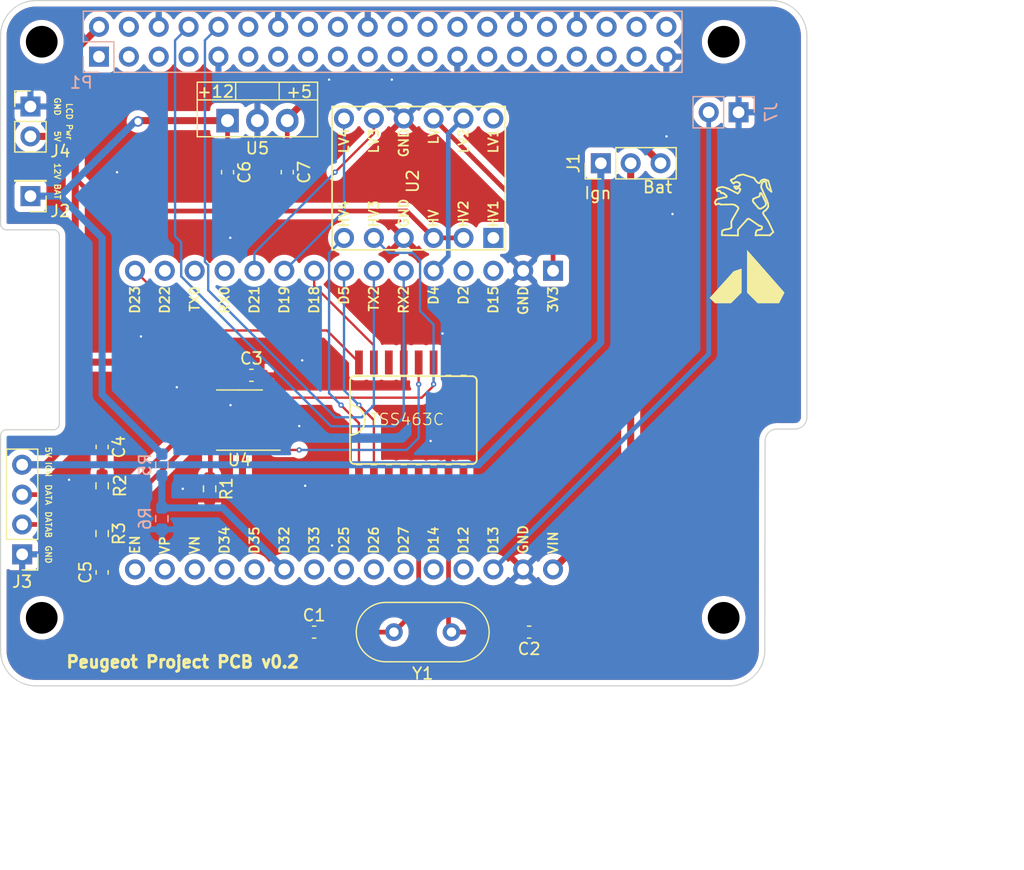
<source format=kicad_pcb>
(kicad_pcb (version 20211014) (generator pcbnew)
  (title_block (date "15 nov 2012"))
  (layers (0 "F.Cu" signal) (31 "B.Cu" signal) (34 "B.Paste" user) (35 "F.Paste" user) (36 "B.SilkS" user "B.Silkscreen") (37 "F.SilkS" user "F.Silkscreen") (38 "B.Mask" user) (39 "F.Mask" user) (44 "Edge.Cuts" user))
  (net 0 "")
  (net 1 "+3V3")
  (net 2 "+5V")
  (net 3 "/DATAB")
  (net 4 "/ID_SD")
  (net 5 "/ID_SC")
  (net 6 "/GPIO5")
  (net 7 "/GPIO6")
  (net 8 "/GPIO26")
  (net 9 "/GPIO2(SDA1)")
  (net 10 "/GPIO3(SCL1)")
  (net 11 "/GPIO4(GCLK)")
  (net 12 "/GPIO14(TXD0)")
  (net 13 "/GPIO15(RXD0)")
  (net 14 "/GPIO17(GEN0)")
  (net 15 "/GPIO27(GEN2)")
  (net 16 "/GPIO22(GEN3)")
  (net 17 "/GPIO23(GEN4)")
  (net 18 "/GPIO24(GEN5)")
  (net 19 "/GPIO25(GEN6)")
  (net 20 "/GPIO18(GEN1)(PWM0)")
  (net 21 "/GPIO10(SPI0_MOSI)")
  (net 22 "/GPIO9(SPI0_MISO)")
  (net 23 "/GPIO11(SPI0_SCK)")
  (net 24 "/GPIO8(SPI0_CE_N)")
  (net 25 "/GPIO7(SPI1_CE_N)")
  (net 26 "/GPIO12(PWM0)")
  (net 27 "/GPIO13(PWM1)")
  (net 28 "/GPIO19(SPI1_MISO)")
  (net 29 "/GPIO16")
  (net 30 "/GPIO20(SPI1_MOSI)")
  (net 31 "/GPIO21(SPI1_SCK)")
  (net 32 "/DATA")
  (net 33 "Net-(C1-Pad2)")
  (net 34 "/VAN_RX")
  (net 38 "/Wake PIN")
  (net 41 "/SS")
  (net 42 "/SCLK")
  (net 43 "Net-(U1-Pad21)")
  (net 44 "Net-(U1-Pad20)")
  (net 46 "/MOSI")
  (net 47 "/RUN")
  (net 54 "/Voltmeter")
  (net 62 "/MISO")
  (net 64 "Net-(C2-Pad2)")
  (net 65 "/VAN_TX")
  (net 70 "GNDD")
  (net 71 "Net-(C5-Pad2)")
  (net 72 "/+5V_ESP32")
  (net 73 "/+5V permanent")
  (net 74 "Net-(C6-Pad1)")
  (net 75 "Net-(R1-Pad1)")
  (net 76 "Net-(C4-Pad2)")
  (net 77 "/3V3 - LVL_SHFT")
  (footprint "MountingHole:MountingHole_2.7mm_M2.5" (layer "F.Cu") (at 203.5 97.5 180)
    (fp_text reference "MK1" hide)
    (fp_text value "M2.5")
    (pad "" np_thru_hole circle (at 0 0 180) (size 2.7 2.7) (drill 2.7) (layers *.Mask))
  )
  (footprint "MountingHole:MountingHole_2.7mm_M2.5" (layer "F.Cu") (at 261.5 97.5 180)
    (fp_text reference "MK2" hide)
    (fp_text value "M2.5")
    (pad "" np_thru_hole circle (at 0 0 180) (size 2.7 2.7) (drill 2.7) (layers *.Mask))
  )
  (footprint "MountingHole:MountingHole_2.7mm_M2.5" (layer "F.Cu") (at 203.5 146.5)
    (fp_text reference "MK3" hide)
    (fp_text value "M2.5")
    (pad "" np_thru_hole circle (at 0 0) (size 2.7 2.7) (drill 2.7) (layers *.Mask))
  )
  (footprint "MountingHole:MountingHole_2.7mm_M2.5" (layer "F.Cu") (at 261.5 146.5)
    (fp_text reference "MK4" hide)
    (fp_text value "M2.5")
    (pad "" np_thru_hole circle (at 0 0) (size 2.7 2.7) (drill 2.7) (layers *.Mask))
  )
  (footprint "Capacitor_SMD:C_0603_1608Metric_Pad1.08x0.95mm_HandSolder" (layer "F.Cu") (at 244.958 147.714 180)
    (fp_text reference "C2" (at 0 -1.43 180) (layer "F.SilkS"))
    (fp_text value "22 pF")
    (pad "1" smd roundrect (at -0.8625 0 180) (size 1.075 0.95) (layers "F.Cu" "F.Paste" "F.Mask") (net 70 "GNDD"))
    (pad "2" smd roundrect (at 0.8625 0 180) (size 1.075 0.95) (layers "F.Cu" "F.Paste" "F.Mask") (net 64 "Net-(C2-Pad2)"))
  )
  (footprint "Package_TO_SOT_THT:TO-220-3_Vertical" (layer "F.Cu") (at 219.304 104.209)
    (fp_text reference "U5" (at 2.54 2.357) (layer "F.SilkS"))
    (fp_text value "LM7805_TO220")
    (pad "1" thru_hole rect (at 0 0) (size 1.905 2) (drill 1.1) (layers *.Cu *.Mask) (net 74 "Net-(C6-Pad1)"))
    (pad "2" thru_hole oval (at 2.54 0) (size 1.905 2) (drill 1.1) (layers *.Cu *.Mask) (net 70 "GNDD"))
    (pad "3" thru_hole oval (at 5.08 0) (size 1.905 2) (drill 1.1) (layers *.Cu *.Mask) (net 73 "/+5V permanent"))
  )
  (footprint "lib:ESP32_shield" (layer "F.Cu") (at 227.94 128.41 90)
    (fp_text reference "U1" hide)
    (fp_text value "ESP32")
    (fp_text user "RX0" (at 8.947143 -8.89 90) (layer "F.SilkS") (effects (font (size 0.8 0.8))))
    (fp_text user "D14" (at -11.487142 8.89 90) (layer "F.SilkS") (effects (font (size 0.8 0.8))))
    (fp_text user "D35" (at -11.487142 -6.35 90) (layer "F.SilkS") (effects (font (size 0.8 0.8))))
    (fp_text user "TX2" (at 9.042381 3.81 90) (layer "F.SilkS") (effects (font (size 0.8 0.8))))
    (fp_text user "D34" (at -11.487142 -8.89 90) (layer "F.SilkS") (effects (font (size 0.8 0.8))))
    (fp_text user "RX2" (at 8.947143 6.35 90) (layer "F.SilkS") (effects (font (size 0.8 0.8))))
    (fp_text user "D21" (at 8.947143 -6.35 90) (layer "F.SilkS") (effects (font (size 0.8 0.8))))
    (fp_text user "D12" (at -11.487142 11.43 90) (layer "F.SilkS") (effects (font (size 0.8 0.8))))
    (fp_text user "D2" (at 9.328095 11.43 90) (layer "F.SilkS") (effects (font (size 0.8 0.8))))
    (fp_text user "D27" (at -11.487142 6.35 90) (layer "F.SilkS") (effects (font (size 0.8 0.8))))
    (fp_text user "D25" (at -11.487142 1.27 90) (layer "F.SilkS") (effects (font (size 0.8 0.8))))
    (fp_text user "3V3" (at 9.004286 19.05 90) (layer "F.SilkS") (effects (font (size 0.8 0.8))))
    (fp_text user "D19" (at 8.947143 -3.81 90) (layer "F.SilkS") (effects (font (size 0.8 0.8))))
    (fp_text user "D5" (at 9.328095 1.27 90) (layer "F.SilkS") (effects (font (size 0.8 0.8))))
    (fp_text user "D23" (at 8.947143 -16.51 90) (layer "F.SilkS") (effects (font (size 0.8 0.8))))
    (fp_text user "GND" (at -11.43 16.51 90) (layer "F.SilkS") (effects (font (size 0.8 0.8))))
    (fp_text user "VIN" (at -11.696666 19.05 90) (layer "F.SilkS") (effects (font (size 0.8 0.8))))
    (fp_text user "EN" (at -11.868095 -16.51 90) (layer "F.SilkS") (effects (font (size 0.8 0.8))))
    (fp_text user "VN" (at -11.887142 -11.43 90) (layer "F.SilkS") (effects (font (size 0.8 0.8))))
    (fp_text user "VP" (at -11.90619 -13.97 90) (layer "F.SilkS") (effects (font (size 0.8 0.8))))
    (fp_text user "D18" (at 8.947143 -1.27 90) (layer "F.SilkS") (effects (font (size 0.8 0.8))))
    (fp_text user "D15" (at 8.947143 13.97 90) (layer "F.SilkS") (effects (font (size 0.8 0.8))))
    (fp_text user "D32" (at -11.487142 -3.81 90) (layer "F.SilkS") (effects (font (size 0.8 0.8))))
    (fp_text user "D22" (at 8.947143 -13.97 90) (layer "F.SilkS") (effects (font (size 0.8 0.8))))
    (fp_text user "GND" (at 8.89 16.51 90) (layer "F.SilkS") (effects (font (size 0.8 0.8))))
    (fp_text user "D4" (at 9.328095 8.89 90) (layer "F.SilkS") (effects (font (size 0.8 0.8))))
    (fp_text user "D33" (at -11.487142 -1.27 90) (layer "F.SilkS") (effects (font (size 0.8 0.8))))
    (fp_text user "D26" (at -11.487142 3.81 90) (layer "F.SilkS") (effects (font (size 0.8 0.8))))
    (fp_text user "TX0" (at 9.042381 -11.43 90) (layer "F.SilkS") (effects (font (size 0.8 0.8))))
    (fp_text user "D13" (at -11.487142 13.97 90) (layer "F.SilkS") (effects (font (size 0.8 0.8))))
    (pad "1" thru_hole circle locked (at -13.97 -16.51 90) (size 1.7 1.7) (drill 1) (layers *.Cu *.Mask))
    (pad "2" thru_hole circle locked (at -13.97 -13.97 90) (size 1.7 1.7) (drill 1) (layers *.Cu *.Mask))
    (pad "3" thru_hole circle locked (at -13.97 -11.43 90) (size 1.7 1.7) (drill 1) (layers *.Cu *.Mask))
    (pad "4" thru_hole circle locked (at -13.97 -8.89 90) (size 1.7 1.7) (drill 1) (layers *.Cu *.Mask))
    (pad "5" thru_hole circle locked (at -13.97 -6.35 90) (size 1.7 1.7) (drill 1) (layers *.Cu *.Mask))
    (pad "6" thru_hole circle locked (at -13.97 -3.81 90) (size 1.7 1.7) (drill 1) (layers *.Cu *.Mask) (net 54 "/Voltmeter"))
    (pad "7" thru_hole circle locked (at -13.97 -1.27 90) (size 1.7 1.7) (drill 1) (layers *.Cu *.Mask))
    (pad "8" thru_hole circle locked (at -13.97 1.27 90) (size 1.7 1.7) (drill 1) (layers *.Cu *.Mask))
    (pad "9" thru_hole circle locked (at -13.97 3.81 90) (size 1.7 1.7) (drill 1) (layers *.Cu *.Mask))
    (pad "10" thru_hole circle locked (at -13.97 6.35 90) (size 1.7 1.7) (drill 1) (layers *.Cu *.Mask))
    (pad "11" thru_hole circle locked (at -13.97 8.89 90) (size 1.7 1.7) (drill 1) (layers *.Cu *.Mask))
    (pad "12" thru_hole circle locked (at -13.97 11.43 90) (size 1.7 1.7) (drill 1) (layers *.Cu *.Mask))
    (pad "13" thru_hole circle locked (at -13.97 13.97 90) (size 1.7 1.7) (drill 1) (layers *.Cu *.Mask) (net 47 "/RUN"))
    (pad "14" thru_hole circle locked (at -13.97 16.51 90) (size 1.7 1.7) (drill 1) (layers *.Cu *.Mask) (net 70 "GNDD"))
    (pad "15" thru_hole circle locked (at -13.97 19.05 90) (size 1.7 1.7) (drill 1) (layers *.Cu *.Mask) (net 72 "/+5V_ESP32"))
    (pad "16" thru_hole circle locked (at 11.43 -16.51 90) (size 1.7 1.7) (drill 1) (layers *.Cu *.Mask) (net 46 "/MOSI"))
    (pad "17" thru_hole circle locked (at 11.43 -13.97 90) (size 1.7 1.7) (drill 1) (layers *.Cu *.Mask))
    (pad "18" thru_hole circle locked (at 11.43 -11.43 90) (size 1.7 1.7) (drill 1) (layers *.Cu *.Mask))
    (pad "19" thru_hole circle locked (at 11.43 -8.89 90) (size 1.7 1.7) (drill 1) (layers *.Cu *.Mask))
    (pad "20" thru_hole circle locked (at 11.43 -6.35 90) (size 1.7 1.7) (drill 1) (layers *.Cu *.Mask) (net 44 "Net-(U1-Pad20)"))
    (pad "21" thru_hole oval locked (at 11.43 -3.81 90) (size 1.7 1.7) (drill 1) (layers *.Cu *.Mask) (net 43 "Net-(U1-Pad21)"))
    (pad "22" thru_hole circle locked (at 11.43 -1.27 90) (size 1.7 1.7) (drill 1) (layers *.Cu *.Mask) (net 42 "/SCLK"))
    (pad "23" thru_hole circle locked (at 11.43 1.27 90) (size 1.7 1.7) (drill 1) (layers *.Cu *.Mask) (net 41 "/SS"))
    (pad "24" thru_hole circle locked (at 11.43 3.81 90) (size 1.7 1.7) (drill 1) (layers *.Cu *.Mask) (net 13 "/GPIO15(RXD0)"))
    (pad "25" thru_hole circle locked (at 11.43 6.35 90) (size 1.7 1.7) (drill 1) (layers *.Cu *.Mask) (net 12 "/GPIO14(TXD0)"))
    (pad "26" thru_hole circle locked (at 11.43 8.89 90) (size 1.7 1.7) (drill 1) (layers *.Cu *.Mask) (net 38 "/Wake PIN"))
    (pad "27" thru_hole circle locked (at 11.43 11.43 90) (size 1.7 1.7) (drill 1) (layers *.Cu *.Mask))
    (pad "28" thru_hole circle locked (at 11.43 13.97 90) (size 1.7 1.7) (drill 1) (layers *.Cu *.Mask))
    (pad "29" thru_hole circle locked (at 11.43 16.51 90) (size 1.7 1.7) (drill 1) (layers *.Cu *.Mask) (net 70 "GNDD"))
    (pad "30" thru_hole rect locked (at 11.43 19.05 90) (size 1.7 1.7) (drill 1) (layers *.Cu *.Mask) (net 77 "/3V3 - LVL_SHFT"))
  )
  (footprint "Package_SO:SOIC-8_3.9x4.9mm_P1.27mm" (layer "F.Cu") (at 220.32 129.68 180)
    (fp_text reference "U4" (at 0 -3.4) (layer "F.SilkS"))
    (fp_text value "MCP2551-I-SN")
    (pad "1" smd roundrect (at -2.475 -1.905 180) (size 1.95 0.6) (layers "F.Cu" "F.Paste" "F.Mask") (net 65 "/VAN_TX"))
    (pad "2" smd roundrect (at -2.475 -0.635 180) (size 1.95 0.6) (layers "F.Cu" "F.Paste" "F.Mask") (net 70 "GNDD"))
    (pad "3" smd roundrect (at -2.475 0.635 180) (size 1.95 0.6) (layers "F.Cu" "F.Paste" "F.Mask") (net 2 "+5V"))
    (pad "4" smd roundrect (at -2.475 1.905 180) (size 1.95 0.6) (layers "F.Cu" "F.Paste" "F.Mask") (net 34 "/VAN_RX"))
    (pad "5" smd roundrect (at 2.475 1.905 180) (size 1.95 0.6) (layers "F.Cu" "F.Paste" "F.Mask"))
    (pad "6" smd roundrect (at 2.475 0.635 180) (size 1.95 0.6) (layers "F.Cu" "F.Paste" "F.Mask") (net 32 "/DATA"))
    (pad "7" smd roundrect (at 2.475 -0.635 180) (size 1.95 0.6) (layers "F.Cu" "F.Paste" "F.Mask") (net 3 "/DATAB"))
    (pad "8" smd roundrect (at 2.475 -1.905 180) (size 1.95 0.6) (layers "F.Cu" "F.Paste" "F.Mask") (net 75 "Net-(R1-Pad1)"))
  )
  (footprint "Connector_PinHeader_2.54mm:PinHeader_1x03_P2.54mm_Vertical" (layer "F.Cu") (at 251.054 107.836 90)
    (fp_text reference "J1" (at 0 -2.33 90) (layer "F.SilkS"))
    (fp_text value "ESP Power selector")
    (pad "1" thru_hole rect (at 0 0 90) (size 1.7 1.7) (drill 1) (layers *.Cu *.Mask) (net 2 "+5V"))
    (pad "2" thru_hole oval (at 0 2.54 90) (size 1.7 1.7) (drill 1) (layers *.Cu *.Mask) (net 72 "/+5V_ESP32"))
    (pad "3" thru_hole oval (at 0 5.08 90) (size 1.7 1.7) (drill 1) (layers *.Cu *.Mask) (net 73 "/+5V permanent"))
  )
  (footprint "Capacitor_SMD:C_0603_1608Metric_Pad1.08x0.95mm_HandSolder" (layer "F.Cu") (at 221.336 125.87)
    (fp_text reference "C3" (at 0 -1.43) (layer "F.SilkS"))
    (fp_text value "0.1uF")
    (pad "1" smd roundrect (at -0.8625 0) (size 1.075 0.95) (layers "F.Cu" "F.Paste" "F.Mask") (net 2 "+5V"))
    (pad "2" smd roundrect (at 0.8625 0) (size 1.075 0.95) (layers "F.Cu" "F.Paste" "F.Mask") (net 70 "GNDD"))
  )
  (footprint "Connector_PinHeader_2.54mm:PinHeader_1x01_P2.54mm_Vertical" (layer "F.Cu") (at 202.54 110.63 180)
    (fp_text reference "J2" (at -2.54 -1.27 180) (layer "F.SilkS"))
    (fp_text value "+12V Permanent")
    (pad "1" thru_hole rect (at 0 0 180) (size 1.7 1.7) (drill 1) (layers *.Cu *.Mask) (net 74 "Net-(C6-Pad1)"))
  )
  (footprint "Resistor_SMD:R_0603_1608Metric_Pad0.98x0.95mm_HandSolder" (layer "F.Cu") (at 208.636 135.268 90)
    (fp_text reference "R2" (at 0 1.524 90) (layer "F.SilkS"))
    (fp_text value "100")
    (pad "1" smd roundrect (at -0.9125 0 90) (size 0.975 0.95) (layers "F.Cu" "F.Paste" "F.Mask") (net 32 "/DATA"))
    (pad "2" smd roundrect (at 0.9125 0 90) (size 0.975 0.95) (layers "F.Cu" "F.Paste" "F.Mask") (net 76 "Net-(C4-Pad2)"))
  )
  (footprint "lib:TSS463C" (layer "F.Cu") (at 235.56 129.68)
    (fp_text reference "U3" hide)
    (fp_text value "TSS463C" (at -4.191 0.508) (layer "F.SilkS") (effects (font (size 0.9652 0.9652) (thickness 0.09652)) (justify left bottom)))
    (pad "1" smd rect (at -5.08 4.9022) (size 0.6604 2.032) (layers "F.Cu" "F.Paste" "F.Mask") (net 62 "/MISO"))
    (pad "2" smd rect (at -3.81 4.9022) (size 0.6604 2.032) (layers "F.Cu" "F.Paste" "F.Mask") (net 41 "/SS"))
    (pad "3" smd rect (at -2.54 4.9022) (size 0.6604 2.032) (layers "F.Cu" "F.Paste" "F.Mask"))
    (pad "4" smd rect (at -1.27 4.9022) (size 0.6604 2.032) (layers "F.Cu" "F.Paste" "F.Mask") (net 2 "+5V"))
    (pad "5" smd rect (at 0 4.9022) (size 0.6604 2.032) (layers "F.Cu" "F.Paste" "F.Mask") (net 33 "Net-(C1-Pad2)"))
    (pad "6" smd rect (at 1.27 4.9022) (size 0.6604 2.032) (layers "F.Cu" "F.Paste" "F.Mask") (net 64 "Net-(C2-Pad2)"))
    (pad "7" smd rect (at 2.54 4.9022) (size 0.6604 2.032) (layers "F.Cu" "F.Paste" "F.Mask") (net 70 "GNDD"))
    (pad "8" smd rect (at 3.81 4.9022) (size 0.6604 2.032) (layers "F.Cu" "F.Paste" "F.Mask"))
    (pad "9" smd rect (at 3.81 -4.9022) (size 0.6604 2.032) (layers "F.Cu" "F.Paste" "F.Mask"))
    (pad "10" smd rect (at 2.54 -4.9022) (size 0.6604 2.032) (layers "F.Cu" "F.Paste" "F.Mask"))
    (pad "11" smd rect (at 1.27 -4.9022) (size 0.6604 2.032) (layers "F.Cu" "F.Paste" "F.Mask") (net 34 "/VAN_RX"))
    (pad "12" smd rect (at 0 -4.9022) (size 0.6604 2.032) (layers "F.Cu" "F.Paste" "F.Mask") (net 65 "/VAN_TX"))
    (pad "13" smd rect (at -1.27 -4.9022) (size 0.6604 2.032) (layers "F.Cu" "F.Paste" "F.Mask") (net 70 "GNDD"))
    (pad "14" smd rect (at -2.54 -4.9022) (size 0.6604 2.032) (layers "F.Cu" "F.Paste" "F.Mask"))
    (pad "15" smd rect (at -3.81 -4.9022) (size 0.6604 2.032) (layers "F.Cu" "F.Paste" "F.Mask") (net 42 "/SCLK"))
    (pad "16" smd rect (at -5.08 -4.9022) (size 0.6604 2.032) (layers "F.Cu" "F.Paste" "F.Mask") (net 46 "/MOSI"))
  )
  (footprint "Capacitor_SMD:C_0603_1608Metric_Pad1.08x0.95mm_HandSolder" (layer "F.Cu") (at 208.636 142.634 90)
    (fp_text reference "C5" (at 0 -1.43 90) (layer "F.SilkS"))
    (fp_text value "560pF")
    (pad "1" smd roundrect (at -0.8625 0 90) (size 1.075 0.95) (layers "F.Cu" "F.Paste" "F.Mask") (net 70 "GNDD"))
    (pad "2" smd roundrect (at 0.8625 0 90) (size 1.075 0.95) (layers "F.Cu" "F.Paste" "F.Mask") (net 71 "Net-(C5-Pad2)"))
  )
  (footprint "Connector_PinHeader_2.54mm:PinHeader_1x04_P2.54mm_Vertical" (layer "F.Cu") (at 201.835 141.1 180)
    (fp_text reference "J3" (at 0 -2.33 180) (layer "F.SilkS"))
    (fp_text value "Main Power and Data")
    (pad "1" thru_hole rect (at 0 0 180) (size 1.7 1.7) (drill 1) (layers *.Cu *.Mask) (net 70 "GNDD"))
    (pad "2" thru_hole oval (at 0 2.54 180) (size 1.7 1.7) (drill 1) (layers *.Cu *.Mask) (net 3 "/DATAB"))
    (pad "3" thru_hole oval (at 0 5.08 180) (size 1.7 1.7) (drill 1) (layers *.Cu *.Mask) (net 32 "/DATA"))
    (pad "4" thru_hole oval (at 0 7.62 180) (size 1.7 1.7) (drill 1) (layers *.Cu *.Mask) (net 2 "+5V"))
  )
  (footprint "lib:orqa_logo" (layer "F.Cu") (at 263.5 117.488)
    (fp_text reference "G***" hide)
    (fp_text value "LOGO" hide)
  )
  (footprint "Capacitor_SMD:C_0603_1608Metric_Pad1.08x0.95mm_HandSolder" (layer "F.Cu") (at 226.67 147.714)
    (fp_text reference "C1" (at 0 -1.43) (layer "F.SilkS"))
    (fp_text value "22 pF")
    (pad "1" smd roundrect (at -0.8625 0) (size 1.075 0.95) (layers "F.Cu" "F.Paste" "F.Mask") (net 70 "GNDD"))
    (pad "2" smd roundrect (at 0.8625 0) (size 1.075 0.95) (layers "F.Cu" "F.Paste" "F.Mask") (net 33 "Net-(C1-Pad2)"))
  )
  (footprint "Capacitor_SMD:C_0603_1608Metric_Pad1.08x0.95mm_HandSolder" (layer "F.Cu") (at 219.304 108.598 -90)
    (fp_text reference "C6" (at 0 -1.43 -90) (layer "F.SilkS"))
    (fp_text value "10uF")
    (pad "1" smd roundrect (at -0.8625 0 270) (size 1.075 0.95) (layers "F.Cu" "F.Paste" "F.Mask") (net 74 "Net-(C6-Pad1)"))
    (pad "2" smd roundrect (at 0.8625 0 270) (size 1.075 0.95) (layers "F.Cu" "F.Paste" "F.Mask") (net 70 "GNDD"))
  )
  (footprint "Resistor_SMD:R_0603_1608Metric_Pad0.98x0.95mm_HandSolder" (layer "F.Cu") (at 217.78 135.522 -90)
    (fp_text reference "R1" (at 0 -1.43 -90) (layer "F.SilkS"))
    (fp_text value "4.7k")
    (pad "1" smd roundrect (at -0.9125 0 270) (size 0.975 0.95) (layers "F.Cu" "F.Paste" "F.Mask") (net 75 "Net-(R1-Pad1)"))
    (pad "2" smd roundrect (at 0.9125 0 270) (size 0.975 0.95) (layers "F.Cu" "F.Paste" "F.Mask") (net 70 "GNDD"))
  )
  (footprint "Resistor_SMD:R_0603_1608Metric_Pad0.98x0.95mm_HandSolder" (layer "F.Cu") (at 208.636 139.332 -90)
    (fp_text reference "R3" (at 0 -1.43 90) (layer "F.SilkS"))
    (fp_text value "100")
    (pad "1" smd roundrect (at -0.9125 0 270) (size 0.975 0.95) (layers "F.Cu" "F.Paste" "F.Mask") (net 3 "/DATAB"))
    (pad "2" smd roundrect (at 0.9125 0 270) (size 0.975 0.95) (layers "F.Cu" "F.Paste" "F.Mask") (net 71 "Net-(C5-Pad2)"))
  )
  (footprint "Connector_PinHeader_2.54mm:PinHeader_1x02_P2.54mm_Vertical" (layer "F.Cu") (at 202.54 103.01)
    (fp_text reference "J4" (at 2.54 3.81) (layer "F.SilkS"))
    (fp_text value "LCD Power")
    (pad "1" thru_hole rect (at 0 0) (size 1.7 1.7) (drill 1) (layers *.Cu *.Mask) (net 70 "GNDD"))
    (pad "2" thru_hole oval (at 0 2.54) (size 1.7 1.7) (drill 1) (layers *.Cu *.Mask) (net 2 "+5V"))
  )
  (footprint "lib:peugeot_logo" (layer "F.Cu") (at 263.246 111.392)
    (fp_text reference "G***" hide)
    (fp_text value "LOGO" hide)
  )
  (footprint "Capacitor_SMD:C_0603_1608Metric_Pad1.08x0.95mm_HandSolder" (layer "F.Cu") (at 224.384 108.598 -90)
    (fp_text reference "C7" (at 0 -1.43 -90) (layer "F.SilkS"))
    (fp_text value "1uF")
    (pad "1" smd roundrect (at -0.8625 0 270) (size 1.075 0.95) (layers "F.Cu" "F.Paste" "F.Mask") (net 73 "/+5V permanent"))
    (pad "2" smd roundrect (at 0.8625 0 270) (size 1.075 0.95) (layers "F.Cu" "F.Paste" "F.Mask") (net 70 "GNDD"))
  )
  (footprint "lib:LevelShifter4_shield" (layer "F.Cu") (at 235.56 109.36 -90)
    (fp_text reference "U2" (at 0 0.5 90) (layer "F.SilkS"))
    (fp_text value "LevelShifter4Shield")
    (fp_text user "HV" (at 3.174952 -1.27 90) (layer "F.SilkS") (effects (font (size 0.8 0.8))))
    (fp_text user "HV4" (at 2.794 6.35 90) (layer "F.SilkS") (effects (font (size 0.8 0.8))))
    (fp_text user "GND" (at 2.717809 1.27 90) (layer "F.SilkS") (effects (font (size 0.8 0.8))))
    (fp_text user "LV3" (at -3.429047 3.81 90) (layer "F.SilkS") (effects (font (size 0.8 0.8))))
    (fp_text user "LV1" (at -3.429047 -6.35 90) (layer "F.SilkS") (effects (font (size 0.8 0.8))))
    (fp_text user "HV2" (at 2.794 -3.81 90) (layer "F.SilkS") (effects (font (size 0.8 0.8))))
    (fp_text user "GND" (at -3.257619 1.27 90) (layer "F.SilkS") (effects (font (size 0.8 0.8))))
    (fp_text user "HV1" (at 2.794 -6.35 90) (layer "F.SilkS") (effects (font (size 0.8 0.8))))
    (fp_text user "HV3" (at 2.794 3.81 90) (layer "F.SilkS") (effects (font (size 0.8 0.8))))
    (fp_text user "LV2" (at -3.429047 -3.81 90) (layer "F.SilkS") (effects (font (size 0.8 0.8))))
    (fp_text user "LV" (at -3.81 -1.27 90) (layer "F.SilkS") (effects (font (size 0.8 0.8))))
    (fp_text user "LV4" (at -3.429047 6.35 90) (layer "F.SilkS") (effects (font (size 0.8 0.8))))
    (pad "1" thru_hole circle locked (at -5.334 -6.35 270) (size 1.7 1.7) (drill 1) (layers *.Cu *.Mask))
    (pad "2" thru_hole circle locked (at -5.334 -3.81 270) (size 1.7 1.7) (drill 1) (layers *.Cu *.Mask) (net 38 "/Wake PIN"))
    (pad "3" thru_hole circle locked (at -5.334 -1.27 270) (size 1.7 1.7) (drill 1) (layers *.Cu *.Mask) (net 77 "/3V3 - LVL_SHFT"))
    (pad "4" thru_hole circle locked (at -5.334 1.27 270) (size 1.7 1.7) (drill 1) (layers *.Cu *.Mask) (net 70 "GNDD"))
    (pad "5" thru_hole circle locked (at -5.334 3.81 270) (size 1.7 1.7) (drill 1) (layers *.Cu *.Mask) (net 44 "Net-(U1-Pad20)"))
    (pad "6" thru_hole circle locked (at -5.334 6.35 270) (size 1.7 1.7) (drill 1) (layers *.Cu *.Mask) (net 43 "Net-(U1-Pad21)"))
    (pad "7" thru_hole rect locked (at 4.826 -6.35 270) (size 1.7 1.7) (drill 1) (layers *.Cu *.Mask))
    (pad "8" thru_hole circle locked (at 4.826 -3.81 270) (size 1.7 1.7) (drill 1) (layers *.Cu *.Mask) (net 2 "+5V"))
    (pad "9" thru_hole circle locked (at 4.826 -1.27 270) (size 1.7 1.7) (drill 1) (layers *.Cu *.Mask) (net 2 "+5V"))
    (pad "10" thru_hole circle locked (at 4.826 1.27 270) (size 1.7 1.7) (drill 1) (layers *.Cu *.Mask) (net 70 "GNDD"))
    (pad "11" thru_hole circle locked (at 4.826 3.81 270) (size 1.7 1.7) (drill 1) (layers *.Cu *.Mask) (net 34 "/VAN_RX"))
    (pad "12" thru_hole circle locked (at 4.826 6.35 270) (size 1.7 1.7) (drill 1) (layers *.Cu *.Mask) (net 62 "/MISO"))
  )
  (footprint "Capacitor_SMD:C_0603_1608Metric_Pad1.08x0.95mm_HandSolder" (layer "F.Cu") (at 208.636 131.966 -90)
    (fp_text reference "C4" (at 0 -1.43 -90) (layer "F.SilkS"))
    (fp_text value "560pF")
    (pad "1" smd roundrect (at -0.8625 0 270) (size 1.075 0.95) (layers "F.Cu" "F.Paste" "F.Mask") (net 70 "GNDD"))
    (pad "2" smd roundrect (at 0.8625 0 270) (size 1.075 0.95) (layers "F.Cu" "F.Paste" "F.Mask") (net 76 "Net-(C4-Pad2)"))
  )
  (footprint "Crystal:Crystal_HC18-U_Vertical" (layer "F.Cu") (at 238.354 147.714 180)
    (fp_text reference "Y1" (at 2.45 -3.525) (layer "F.SilkS"))
    (fp_text value "8MHz")
    (pad "1" thru_hole circle (at 0 0 180) (size 1.5 1.5) (drill 0.8) (layers *.Cu *.Mask) (net 64 "Net-(C2-Pad2)"))
    (pad "2" thru_hole circle (at 4.9 0 180) (size 1.5 1.5) (drill 0.8) (layers *.Cu *.Mask) (net 33 "Net-(C1-Pad2)"))
  )
  (footprint "Connector_PinSocket_2.54mm:PinSocket_2x20_P2.54mm_Vertical" (layer "B.Cu") (at 208.37 98.77 -90)
    (fp_text reference "P1" (at 2.208 1.512) (layer "B.SilkS") (effects (justify mirror)))
    (fp_text value "Conn_02x20_Odd_Even")
    (pad "1" thru_hole rect (at 0 0 270) (size 1.7 1.7) (drill 1) (layers *.Cu *.Mask) (net 1 "+3V3"))
    (pad "2" thru_hole oval (at -2.54 0 270) (size 1.7 1.7) (drill 1) (layers *.Cu *.Mask) (net 2 "+5V"))
    (pad "3" thru_hole oval (at 0 -2.54 270) (size 1.7 1.7) (drill 1) (layers *.Cu *.Mask) (net 9 "/GPIO2(SDA1)"))
    (pad "4" thru_hole oval (at -2.54 -2.54 270) (size 1.7 1.7) (drill 1) (layers *.Cu *.Mask) (net 2 "+5V"))
    (pad "5" thru_hole oval (at 0 -5.08 270) (size 1.7 1.7) (drill 1) (layers *.Cu *.Mask) (net 10 "/GPIO3(SCL1)"))
    (pad "6" thru_hole oval (at -2.54 -5.08 270) (size 1.7 1.7) (drill 1) (layers *.Cu *.Mask) (net 70 "GNDD"))
    (pad "7" thru_hole oval (at 0 -7.62 270) (size 1.7 1.7) (drill 1) (layers *.Cu *.Mask) (net 11 "/GPIO4(GCLK)"))
    (pad "8" thru_hole oval (at -2.54 -7.62 270) (size 1.7 1.7) (drill 1) (layers *.Cu *.Mask) (net 12 "/GPIO14(TXD0)"))
    (pad "9" thru_hole oval (at 0 -10.16 270) (size 1.7 1.7) (drill 1) (layers *.Cu *.Mask) (net 70 "GNDD"))
    (pad "10" thru_hole oval (at -2.54 -10.16 270) (size 1.7 1.7) (drill 1) (layers *.Cu *.Mask) (net 13 "/GPIO15(RXD0)"))
    (pad "11" thru_hole oval (at 0 -12.7 270) (size 1.7 1.7) (drill 1) (layers *.Cu *.Mask) (net 14 "/GPIO17(GEN0)"))
    (pad "12" thru_hole oval (at -2.54 -12.7 270) (size 1.7 1.7) (drill 1) (layers *.Cu *.Mask) (net 20 "/GPIO18(GEN1)(PWM0)"))
    (pad "13" thru_hole oval (at 0 -15.24 270) (size 1.7 1.7) (drill 1) (layers *.Cu *.Mask) (net 15 "/GPIO27(GEN2)"))
    (pad "14" thru_hole oval (at -2.54 -15.24 270) (size 1.7 1.7) (drill 1) (layers *.Cu *.Mask) (net 70 "GNDD"))
    (pad "15" thru_hole oval (at 0 -17.78 270) (size 1.7 1.7) (drill 1) (layers *.Cu *.Mask) (net 16 "/GPIO22(GEN3)"))
    (pad "16" thru_hole oval (at -2.54 -17.78 270) (size 1.7 1.7) (drill 1) (layers *.Cu *.Mask) (net 17 "/GPIO23(GEN4)"))
    (pad "17" thru_hole oval (at 0 -20.32 270) (size 1.7 1.7) (drill 1) (layers *.Cu *.Mask) (net 1 "+3V3"))
    (pad "18" thru_hole oval (at -2.54 -20.32 270) (size 1.7 1.7) (drill 1) (layers *.Cu *.Mask) (net 18 "/GPIO24(GEN5)"))
    (pad "19" thru_hole oval (at 0 -22.86 270) (size 1.7 1.7) (drill 1) (layers *.Cu *.Mask) (net 21 "/GPIO10(SPI0_MOSI)"))
    (pad "20" thru_hole oval (at -2.54 -22.86 270) (size 1.7 1.7) (drill 1) (layers *.Cu *.Mask) (net 70 "GNDD"))
    (pad "21" thru_hole oval (at 0 -25.4 270) (size 1.7 1.7) (drill 1) (layers *.Cu *.Mask) (net 22 "/GPIO9(SPI0_MISO)"))
    (pad "22" thru_hole oval (at -2.54 -25.4 270) (size 1.7 1.7) (drill 1) (layers *.Cu *.Mask) (net 19 "/GPIO25(GEN6)"))
    (pad "23" thru_hole oval (at 0 -27.94 270) (size 1.7 1.7) (drill 1) (layers *.Cu *.Mask) (net 23 "/GPIO11(SPI0_SCK)"))
    (pad "24" thru_hole oval (at -2.54 -27.94 270) (size 1.7 1.7) (drill 1) (layers *.Cu *.Mask) (net 24 "/GPIO8(SPI0_CE_N)"))
    (pad "25" thru_hole oval (at 0 -30.48 270) (size 1.7 1.7) (drill 1) (layers *.Cu *.Mask) (net 70 "GNDD"))
    (pad "26" thru_hole oval (at -2.54 -30.48 270) (size 1.7 1.7) (drill 1) (layers *.Cu *.Mask) (net 25 "/GPIO7(SPI1_CE_N)"))
    (pad "27" thru_hole oval (at 0 -33.02 270) (size 1.7 1.7) (drill 1) (layers *.Cu *.Mask) (net 4 "/ID_SD"))
    (pad "28" thru_hole oval (at -2.54 -33.02 270) (size 1.7 1.7) (drill 1) (layers *.Cu *.Mask) (net 5 "/ID_SC"))
    (pad "29" thru_hole oval (at 0 -35.56 270) (size 1.7 1.7) (drill 1) (layers *.Cu *.Mask) (net 6 "/GPIO5"))
    (pad "30" thru_hole oval (at -2.54 -35.56 270) (size 1.7 1.7) (drill 1) (layers *.Cu *.Mask) (net 70 "GNDD"))
    (pad "31" thru_hole oval (at 0 -38.1 270) (size 1.7 1.7) (drill 1) (layers *.Cu *.Mask) (net 7 "/GPIO6"))
    (pad "32" thru_hole oval (at -2.54 -38.1 270) (size 1.7 1.7) (drill 1) (layers *.Cu *.Mask) (net 26 "/GPIO12(PWM0)"))
    (pad "33" thru_hole oval (at 0 -40.64 270) (size 1.7 1.7) (drill 1) (layers *.Cu *.Mask) (net 27 "/GPIO13(PWM1)"))
    (pad "34" thru_hole oval (at -2.54 -40.64 270) (size 1.7 1.7) (drill 1) (layers *.Cu *.Mask) (net 70 "GNDD"))
    (pad "35" thru_hole oval (at 0 -43.18 270) (size 1.7 1.7) (drill 1) (layers *.Cu *.Mask) (net 28 "/GPIO19(SPI1_MISO)"))
    (pad "36" thru_hole oval (at -2.54 -43.18 270) (size 1.7 1.7) (drill 1) (layers *.Cu *.Mask) (net 29 "/GPIO16"))
    (pad "37" thru_hole oval (at 0 -45.72 270) (size 1.7 1.7) (drill 1) (layers *.Cu *.Mask) (net 8 "/GPIO26"))
    (pad "38" thru_hole oval (at -2.54 -45.72 270) (size 1.7 1.7) (drill 1) (layers *.Cu *.Mask) (net 30 "/GPIO20(SPI1_MOSI)"))
    (pad "39" thru_hole oval (at 0 -48.26 270) (size 1.7 1.7) (drill 1) (layers *.Cu *.Mask) (net 70 "GNDD"))
    (pad "40" thru_hole oval (at -2.54 -48.26 270) (size 1.7 1.7) (drill 1) (layers *.Cu *.Mask) (net 31 "/GPIO21(SPI1_SCK)"))
  )
  (footprint "Resistor_SMD:R_0603_1608Metric_Pad0.98x0.95mm_HandSolder" (layer "B.Cu") (at 213.716 138.062 -90)
    (fp_text reference "R6" (at 0 1.43 90) (layer "B.SilkS") (effects (justify mirror)))
    (fp_text value "10k")
    (pad "1" smd roundrect (at -0.9125 0 270) (size 0.975 0.95) (layers "B.Cu" "B.Paste" "B.Mask") (net 54 "/Voltmeter"))
    (pad "2" smd roundrect (at 0.9125 0 270) (size 0.975 0.95) (layers "B.Cu" "B.Paste" "B.Mask") (net 70 "GNDD"))
  )
  (footprint "Connector_PinSocket_2.54mm:PinSocket_1x02_P2.54mm_Vertical" (layer "B.Cu") (at 262.77 103.5 90)
    (fp_text reference "J7" (at 0 2.77 270) (layer "B.SilkS") (effects (justify mirror)))
    (fp_text value "RUN Header 3B")
    (pad "1" thru_hole rect (at 0 0 90) (size 1.7 1.7) (drill 1) (layers *.Cu *.Mask) (net 70 "GNDD"))
    (pad "2" thru_hole oval (at 0 -2.54 90) (size 1.7 1.7) (drill 1) (layers *.Cu *.Mask) (net 47 "/RUN"))
  )
  (footprint "Resistor_SMD:R_0603_1608Metric_Pad0.98x0.95mm_HandSolder" (layer "B.Cu") (at 213.716 133.49 -90)
    (fp_text reference "R5" (at 0 1.43 90) (layer "B.SilkS") (effects (justify mirror)))
    (fp_text value "100k")
    (pad "1" smd roundrect (at -0.9125 0 270) (size 0.975 0.95) (layers "B.Cu" "B.Paste" "B.Mask") (net 74 "Net-(C6-Pad1)"))
    (pad "2" smd roundrect (at 0.9125 0 270) (size 0.975 0.95) (layers "B.Cu" "B.Paste" "B.Mask") (net 54 "/Voltmeter"))
  )
  (gr_line (start 265 149.286) (end 265.024 131.458) (layer "Edge.Cuts") (width 0.1))
  (gr_arc (start 265.532 94.00332) (mid 267.684311 94.864955) (end 268.58 97.00332) (layer "Edge.Cuts") (width 0.1))
  (gr_line (start 204.5 130.5) (end 200.499127 130.500001) (layer "Edge.Cuts") (width 0.1))
  (gr_line (start 200 131) (end 200 149.286) (layer "Edge.Cuts") (width 0.1))
  (gr_line (start 205 114) (end 205 130) (layer "Edge.Cuts") (width 0.1))
  (gr_line (start 265.532 94.00332) (end 203 94) (layer "Edge.Cuts") (width 0.1))
  (gr_arc (start 200 131) (mid 200.146138 130.646755) (end 200.499127 130.500001) (layer "Edge.Cuts") (width 0.1))
  (gr_arc (start 205 130) (mid 204.853553 130.353553) (end 204.5 130.5) (layer "Edge.Cuts") (width 0.1))
  (gr_line (start 203 152.286) (end 262 152.286) (layer "Edge.Cuts") (width 0.1))
  (gr_arc (start 200 97) (mid 200.87868 94.87868) (end 203 94) (layer "Edge.Cuts") (width 0.1))
  (gr_arc (start 200.5 113.5) (mid 200.146447 113.353553) (end 200 113) (layer "Edge.Cuts") (width 0.1))
  (gr_line (start 266.04 130.442) (end 267.564 130.442) (layer "Edge.Cuts") (width 0.1))
  (gr_arc (start 203 152.286) (mid 200.87868 151.40732) (end 200 149.286) (layer "Edge.Cuts") (width 0.1))
  (gr_arc (start 204.5 113.5) (mid 204.853553 113.646447) (end 205 114) (layer "Edge.Cuts") (width 0.1))
  (gr_arc (start 265 149.286) (mid 264.12132 151.40732) (end 262 152.286) (layer "Edge.Cuts") (width 0.1))
  (gr_line (start 268.58 129.426) (end 268.58 97.00332) (layer "Edge.Cuts") (width 0.1))
  (gr_arc (start 265.024 131.458) (mid 265.32158 130.73958) (end 266.04 130.442) (layer "Edge.Cuts") (width 0.1))
  (gr_arc (start 268.58 129.426) (mid 268.28242 130.14442) (end 267.564 130.442) (layer "Edge.Cuts") (width 0.1))
  (gr_line (start 200 97) (end 200 113) (layer "Edge.Cuts") (width 0.1))
  (gr_line (start 200.5 113.5) (end 204.5 113.5) (layer "Edge.Cuts") (width 0.1))
  (gr_text "GND" (at 204.064 141.11 270) (layer "F.SilkS") (effects (font (size 0.5 0.5) (thickness 0.1))))
  (gr_text "5V IGN" (at 204.064 133.236 270) (layer "F.SilkS") (effects (font (size 0.5 0.5) (thickness 0.1))))
  (gr_text "Bat" (at 255.88 109.868) (layer "F.SilkS") (effects (font (size 1 1))))
  (gr_text "Peugeot Project PCB v0.2" (at 215.494 150.254) (layer "F.SilkS") (effects (font (size 1 1) (thickness 0.25))))
  (gr_text "DATA" (at 204.064 136.03 270) (layer "F.SilkS") (effects (font (size 0.5 0.5) (thickness 0.1))))
  (gr_text "GND" (at 204.826 103.01 270) (layer "F.SilkS") (effects (font (size 0.5 0.5) (thickness 0.1))))
  (gr_text "DATAB" (at 204.064 138.57 270) (layer "F.SilkS") (effects (font (size 0.5 0.5) (thickness 0.1))))
  (gr_text "LCD Pwr" (at 205.842 104.28 270) (layer "F.SilkS") (effects (font (size 0.5 0.5) (thickness 0.1))))
  (gr_text "+5" (at 225.4 101.765) (layer "F.SilkS") (effects (font (size 1 1))))
  (gr_text "+12" (at 218.288 101.74) (layer "F.SilkS") (effects (font (size 1 1))))
  (gr_text "12V BAT" (at 204.826 109.36 270) (layer "F.SilkS") (effects (font (size 0.5 0.5) (thickness 0.1))))
  (gr_text "Ign" (at 250.8 110.376) (layer "F.SilkS") (effects (font (size 1 1))))
  (gr_text "5V" (at 204.826 105.55 270) (layer "F.SilkS") (effects (font (size 0.5 0.5) (thickness 0.1))))
  (segment (start 234.29 134.5822) (end 234.29 136.538) (width 0.6) (layer "F.Cu") (net 2))
  (segment (start 220.574 125.9705) (end 220.4735 125.87) (width 0.6) (layer "F.Cu") (net 2))
  (segment (start 206.35 125.87) (end 207.4665 124.7535) (width 0.6) (layer "F.Cu") (net 2))
  (segment (start 219.357 124.7535) (end 220.4735 125.87) (width 0.6) (layer "F.Cu") (net 2))
  (segment (start 202.54 105.55) (end 205.08 105.55) (width 0.6) (layer "F.Cu") (net 2))
  (segment (start 220.574 127.648) (end 220.574 125.9705) (width 0.6) (layer "F.Cu") (net 2))
  (segment (start 206.35 98.25) (end 206.35 106.82) (width 0.6) (layer "F.Cu") (net 2))
  (segment (start 233.528 137.3) (end 221.844 137.3) (width 0.6) (layer "F.Cu") (net 2))
  (segment (start 203.82 133.48) (end 206.35 130.95) (width 0.6) (layer "F.Cu") (net 2))
  (segment (start 207.4665 124.7535) (end 219.357 124.7535) (width 0.6) (layer "F.Cu") (net 2))
  (segment (start 209.144 111.9) (end 206.35 109.106) (width 0.4) (layer "F.Cu") (net 2))
  (segment (start 206.35 125.87) (end 206.35 106.82) (width 0.6) (layer "F.Cu") (net 2))
  (segment (start 208.37 96.23) (end 206.35 98.25) (width 0.6) (layer "F.Cu") (net 2))
  (segment (start 234.29 136.538) (end 233.528 137.3) (width 0.6) (layer "F.Cu") (net 2))
  (segment (start 221.844 137.3) (end 220.574 136.03) (width 0.6) (layer "F.Cu") (net 2))
  (segment (start 220.673881 127.548119) (end 222.170761 129.045) (width 0.6) (layer "F.Cu") (net 2))
  (segment (start 201.835 133.48) (end 203.82 133.48) (width 0.6) (layer "F.Cu") (net 2))
  (segment (start 205.08 105.55) (end 206.35 106.82) (width 0.6) (layer "F.Cu") (net 2))
  (segment (start 206.35 130.95) (end 206.35 125.87) (width 0.6) (layer "F.Cu") (net 2))
  (segment (start 234.544 111.9) (end 209.144 111.9) (width 0.4) (layer "F.Cu") (net 2))
  (segment (start 220.574 127.648) (end 220.673881 127.548119) (width 0.6) (layer "F.Cu") (net 2))
  (segment (start 236.83 114.186) (end 234.544 111.9) (width 0.4) (layer "F.Cu") (net 2))
  (segment (start 220.574 136.03) (end 220.574 127.648) (width 0.6) (layer "F.Cu") (net 2))
  (segment (start 236.83 114.186) (end 239.37 114.186) (width 0.4) (layer "F.Cu") (net 2))
  (segment (start 201.835 133.48) (end 240.65 133.48) (width 0.6) (layer "B.Cu") (net 2))
  (segment (start 251.054 123.076) (end 251.054 107.836) (width 0.6) (layer "B.Cu") (net 2))
  (segment (start 240.65 133.48) (end 251.054 123.076) (width 0.6) (layer "B.Cu") (net 2))
  (segment (start 209.258362 138.4195) (end 217.362862 130.315) (width 0.4) (layer "F.Cu") (net 3))
  (segment (start 217.362862 130.315) (end 217.845 130.315) (width 0.4) (layer "F.Cu") (net 3))
  (segment (start 208.4955 138.56) (end 208.636 138.4195) (width 0.4) (layer "F.Cu") (net 3))
  (segment (start 201.835 138.56) (end 208.4955 138.56) (width 0.4) (layer "F.Cu") (net 3))
  (segment (start 208.636 138.4195) (end 209.258362 138.4195) (width 0.4) (layer "F.Cu") (net 3))
  (segment (start 215.360489 114.560489) (end 214.840489 114.040489) (width 0.2) (layer "B.Cu") (net 12))
  (segment (start 214.840489 114.040489) (end 214.840489 97.379511) (width 0.2) (layer "B.Cu") (net 12))
  (segment (start 228.108855 130.20451) (end 215.360489 117.456144) (width 0.2) (layer "B.Cu") (net 12))
  (segment (start 233.511489 130.204511) (end 228.108855 130.20451) (width 0.2) (layer "B.Cu") (net 12))
  (segment (start 234.29 116.98) (end 234.29 129.426) (width 0.2) (layer "B.Cu") (net 12))
  (segment (start 234.29 129.426) (end 233.511489 130.204511) (width 0.2) (layer "B.Cu") (net 12))
  (segment (start 214.840489 97.379511) (end 215.99 96.23) (width 0.2) (layer "B.Cu") (net 12))
  (segment (start 215.360489 117.456144) (end 215.360489 114.560489) (width 0.2) (layer "B.Cu") (net 12))
  (segment (start 230.717 129.443) (end 231.75 128.41) (width 0.2) (layer "B.Cu") (net 13))
  (segment (start 231.75 128.41) (end 231.75 116.98) (width 0.2) (layer "B.Cu") (net 13))
  (segment (start 228.465 129.443) (end 230.717 129.443) (width 0.2) (layer "B.Cu") (net 13))
  (segment (start 217.380489 116.224834) (end 217.659511 116.503856) (width 0.2) (layer "B.Cu") (net 13))
  (segment (start 217.659511 116.503856) (end 217.659511 118.637511) (width 0.2) (layer "B.Cu") (net 13))
  (segment (start 217.659511 118.637511) (end 228.465 129.443) (width 0.2) (layer "B.Cu") (net 13))
  (segment (start 217.380489 97.379511) (end 217.380489 116.224834) (width 0.2) (layer "B.Cu") (net 13))
  (segment (start 218.53 96.23) (end 217.380489 97.379511) (width 0.2) (layer "B.Cu") (net 13))
  (segment (start 208.4755 136.02) (end 208.636 136.1805) (width 0.4) (layer "F.Cu") (net 32))
  (segment (start 201.835 136.02) (end 208.4755 136.02) (width 0.4) (layer "F.Cu") (net 32))
  (segment (start 208.636 136.1805) (end 210.2045 136.1805) (width 0.4) (layer "F.Cu") (net 32))
  (segment (start 210.2045 136.1805) (end 217.34 129.045) (width 0.4) (layer "F.Cu") (net 32))
  (segment (start 235.56 134.5822) (end 235.56 145.608) (width 0.4) (layer "F.Cu") (net 33))
  (segment (start 235.56 145.608) (end 233.454 147.714) (width 0.4) (layer "F.Cu") (net 33))
  (segment (start 233.454 147.714) (end 227.5325 147.714) (width 0.4) (layer "F.Cu") (net 33))
  (segment (start 235.814 127.775) (end 236.83 126.759) (width 0.2) (layer "F.Cu") (net 34))
  (segment (start 236.83 126.759) (end 236.83 125.4636) (width 0.2) (layer "F.Cu") (net 34))
  (segment (start 222.795 127.775) (end 235.814 127.775) (width 0.2) (layer "F.Cu") (net 34))
  (via (at 236.83 126.632) (size 0.45) (drill 0.2) (layers "F.Cu" "B.Cu") (net 34))
  (segment (start 235.052 115.456) (end 233.02 115.456) (width 0.2) (layer "B.Cu") (net 34))
  (segment (start 233.02 115.456) (end 231.75 114.186) (width 0.2) (layer "B.Cu") (net 34))
  (segment (start 235.68 116.084) (end 235.052 115.456) (width 0.2) (layer "B.Cu") (net 34))
  (segment (start 235.68 120.402) (end 235.68 116.084) (width 0.2) (layer "B.Cu") (net 34))
  (segment (start 236.83 121.552) (end 235.68 120.402) (width 0.2) (layer "B.Cu") (net 34))
  (segment (start 236.83 126.632) (end 236.83 121.552) (width 0.2) (layer "B.Cu") (net 34))
  (segment (start 239.37 104.026) (end 238.08 105.316) (width 0.4) (layer "B.Cu") (net 38))
  (segment (start 238.08 115.73) (end 236.83 116.98) (width 0.4) (layer "B.Cu") (net 38))
  (segment (start 238.08 105.316) (end 238.08 115.73) (width 0.4) (layer "B.Cu") (net 38))
  (segment (start 230.48 128.41) (end 231.75 129.68) (width 0.2) (layer "F.Cu") (net 41))
  (segment (start 231.75 129.68) (end 231.75 133.906978) (width 0.2) (layer "F.Cu") (net 41))
  (via (at 230.48 128.41) (size 0.45) (drill 0.2) (layers "F.Cu" "B.Cu") (net 41))
  (segment (start 230.48 128.41) (end 229.21 127.14) (width 0.2) (layer "B.Cu") (net 41))
  (segment (start 229.21 127.14) (end 229.21 116.98) (width 0.2) (layer "B.Cu") (net 41))
  (segment (start 226.67 118.25) (end 226.67 116.98) (width 0.2) (layer "F.Cu") (net 42))
  (segment (start 231.75 124.7778) (end 231.75 123.33) (width 0.2) (layer "F.Cu") (net 42))
  (segment (start 231.75 123.33) (end 226.67 118.25) (width 0.2) (layer "F.Cu") (net 42))
  (segment (start 229.21 111.9) (end 224.13 116.98) (width 0.2) (layer "B.Cu") (net 43))
  (segment (start 229.21 104.026) (end 229.21 111.9) (width 0.2) (layer "B.Cu") (net 43))
  (segment (start 231.75 105.296) (end 231.75 104.026) (width 0.2) (layer "F.Cu") (net 44))
  (segment (start 228.448 108.598) (end 231.75 105.296) (width 0.2) (layer "F.Cu") (net 44))
  (via (at 228.448 108.598) (size 0.45) (drill 0.2) (layers "F.Cu" "B.Cu") (net 44))
  (segment (start 221.59 115.456) (end 221.59 116.98) (width 0.2) (layer "B.Cu") (net 44))
  (segment (start 228.448 108.598) (end 221.59 115.456) (width 0.2) (layer "B.Cu") (net 44))
  (segment (start 216.51 122.06) (end 211.43 116.98) (width 0.2) (layer "F.Cu") (net 46))
  (segment (start 230.48 124.7778) (end 227.7622 122.06) (width 0.2) (layer "F.Cu") (net 46))
  (segment (start 227.7622 122.06) (end 216.51 122.06) (width 0.2) (layer "F.Cu") (net 46))
  (segment (start 260.23 124.06) (end 260.23 103.5) (width 0.4) (layer "B.Cu") (net 47))
  (segment (start 241.91 142.38) (end 260.23 124.06) (width 0.4) (layer "B.Cu") (net 47))
  (segment (start 213.716 136.03) (end 213.716 137.1495) (width 0.6) (layer "B.Cu") (net 54))
  (segment (start 218.8995 137.1495) (end 224.13 142.38) (width 0.6) (layer "B.Cu") (net 54))
  (segment (start 213.716 134.4025) (end 213.716 136.03) (width 0.6) (layer "B.Cu") (net 54))
  (segment (start 213.716 137.1495) (end 218.8995 137.1495) (width 0.6) (layer "B.Cu") (net 54))
  (segment (start 228.956 128.41) (end 230.48 129.934) (width 0.2) (layer "F.Cu") (net 62))
  (segment (start 230.48 129.934) (end 230.48 133.906978) (width 0.2) (layer "F.Cu") (net 62))
  (via (at 228.956 128.41) (size 0.45) (drill 0.2) (layers "F.Cu" "B.Cu") (net 62))
  (segment (start 228.956 128.41) (end 227.94 127.394) (width 0.2) (layer "B.Cu") (net 62))
  (segment (start 227.94 127.394) (end 227.94 115.456) (width 0.2) (layer "B.Cu") (net 62))
  (segment (start 227.94 115.456) (end 229.21 114.186) (width 0.2) (layer "B.Cu") (net 62))
  (segment (start 236.83 134.5822) (end 236.83 137.554) (width 0.4) (layer "F.Cu") (net 64))
  (segment (start 238.354 147.714) (end 244.0955 147.714) (width 0.4) (layer "F.Cu") (net 64))
  (segment (start 238.1 138.824) (end 238.1 147.46) (width 0.4) (layer "F.Cu") (net 64))
  (segment (start 236.83 137.554) (end 238.1 138.824) (width 0.4) (layer "F.Cu") (net 64))
  (segment (start 235.56 126.632) (end 235.56 124.7778) (width 0.2) (layer "F.Cu") (net 65))
  (segment (start 223.43 132.22) (end 225.4 132.22) (width 0.2) (layer "F.Cu") (net 65))
  (segment (start 222.795 131.585) (end 223.43 132.22) (width 0.2) (layer "F.Cu") (net 65))
  (via (at 225.4 132.22) (size 0.45) (drill 0.2) (layers "F.Cu" "B.Cu") (net 65))
  (via (at 235.56 126.632) (size 0.45) (drill 0.2) (layers "F.Cu" "B.Cu") (net 65))
  (segment (start 235.56 126.632) (end 235.56 131.204) (width 0.2) (layer "B.Cu") (net 65))
  (segment (start 235.56 131.204) (end 234.544 132.22) (width 0.2) (layer "B.Cu") (net 65))
  (segment (start 234.544 132.22) (end 225.4 132.22) (width 0.2) (layer "B.Cu") (net 65))
  (via (at 237.592 122.314) (size 0.45) (drill 0.2) (layers "F.Cu" "B.Cu") (net 70))
  (via (at 233.274 100.724) (size 0.45) (drill 0.2) (layers "F.Cu" "B.Cu") (net 70))
  (via (at 257.15 112.154) (size 0.45) (drill 0.2) (layers "F.Cu" "B.Cu") (net 70))
  (via (at 225.4 130.188) (size 0.45) (drill 0.2) (layers "F.Cu" "B.Cu") (net 70))
  (via (at 225.654 124.6) (size 0.45) (drill 0.2) (layers "F.Cu" "B.Cu") (net 70))
  (via (at 256.642 105.55) (size 0.45) (drill 0.2) (layers "F.Cu" "B.Cu") (net 70))
  (via (at 211.938 122.568) (size 0.45) (drill 0.2) (layers "F.Cu" "B.Cu") (net 70))
  (via (at 228.194 140.348) (size 0.45) (drill 0.2) (layers "F.Cu" "B.Cu") (net 70))
  (via (at 209.906 108.598) (size 0.45) (drill 0.2) (layers "F.Cu" "B.Cu") (net 70))
  (via (at 225.908 135.268) (size 0.45) (drill 0.2) (layers "F.Cu" "B.Cu") (net 70))
  (via (at 204.826 103.01) (size 0.45) (drill 0.2) (layers "F.Cu" "B.Cu") (net 70))
  (via (at 227.94 100.724) (size 0.45) (drill 0.2) (layers "F.Cu" "B.Cu") (net 70))
  (via (at 219.558 128.41) (size 0.45) (drill 0.2) (layers "F.Cu" "B.Cu") (net 70))
  (via (at 236.576 131.458) (size 0.45) (drill 0.2) (layers "F.Cu" "B.Cu") (net 70))
  (via (at 219.536194 114.175931) (size 0.45) (drill 0.2) (layers "F.Cu" "B.Cu") (net 70))
  (via (at 215.494 135.522) (size 0.45) (drill 0.2) (layers "F.Cu" "B.Cu") (net 70))
  (via (at 214.986 126.886) (size 0.45) (drill 0.2) (layers "F.Cu" "B.Cu") (net 70))
  (via (at 205.826703 134.756257) (size 0.45) (drill 0.2) (layers "F.Cu" "B.Cu") (net 70))
  (via (at 210.16 134.76) (size 0.45) (drill 0.2) (layers "F.Cu" "B.Cu") (net 70))
  (segment (start 208.636 139.9905) (end 208.636 141.7715) (width 0.4) (layer "F.Cu") (net 71))
  (segment (start 253.594 135.776) (end 246.99 142.38) (width 0.6) (layer "F.Cu") (net 72))
  (segment (start 253.594 107.836) (end 253.594 135.776) (width 0.6) (layer "F.Cu") (net 72))
  (segment (start 224.384 104.209) (end 224.384 107.7355) (width 0.4) (layer "F.Cu") (net 73))
  (segment (start 224.384 104.026) (end 226.416 101.994) (width 0.6) (layer "F.Cu") (net 73))
  (segment (start 226.416 101.994) (end 250.292 101.994) (width 0.6) (layer "F.Cu") (net 73))
  (segment (start 250.292 101.994) (end 256.134 107.836) (width 0.6) (layer "F.Cu") (net 73))
  (segment (start 211.684 104.28) (end 211.755 104.209) (width 0.6) (layer "F.Cu") (net 74))
  (segment (start 219.304 104.209) (end 219.304 107.7355) (width 0.4) (layer "F.Cu") (net 74))
  (segment (start 211.755 104.209) (end 219.304 104.209) (width 0.6) (layer "F.Cu") (net 74))
  (via (at 211.684 104.28) (size 0.9) (drill 0.6) (layers "F.Cu" "B.Cu") (net 74))
  (segment (start 208.636 127.4975) (end 213.716 132.5775) (width 0.6) (layer "B.Cu") (net 74))
  (segment (start 205.08 110.63) (end 208.636 114.186) (width 0.6) (layer "B.Cu") (net 74))
  (segment (start 205.08 110.63) (end 211.43 104.28) (width 0.6) (layer "B.Cu") (net 74))
  (segment (start 205.08 110.63) (end 202.54 110.63) (width 0.6) (layer "B.Cu") (net 74))
  (segment (start 211.43 104.28) (end 211.684 104.28) (width 0.6) (layer "B.Cu") (net 74))
  (segment (start 208.636 114.186) (end 208.636 127.4975) (width 0.6) (layer "B.Cu") (net 74))
  (segment (start 217.845 131.585) (end 217.845 134.5445) (width 0.4) (layer "F.Cu") (net 75))
  (segment (start 208.636 134.3555) (end 208.636 132.8285) (width 0.4) (layer "F.Cu") (net 76))
  (segment (start 246.99 114.186) (end 236.83 104.026) (width 0.4) (layer "F.Cu") (net 77))
  (segment (start 246.99 116.98) (end 246.99 114.186) (width 0.4) (layer "F.Cu") (net 77))
  (zone (net 70) (net_name "GNDD") (layers F&B.Cu) (connect_pads (clearance 0.508)) (min_thickness 0.254) (fill yes (thermal_gap 0.508) (thermal_bridge_width 0.508))
    (polygon (pts (xy 268.834 152.286) (xy 200 152.286) (xy 200 94.12) (xy 268.834 94.12)))
  )
  (zone (net 0) (net_name "") (layer "B.Cu") (connect_pads (clearance 0)) (min_thickness 0.254)
    (keepout (tracks not_allowed) (vias not_allowed) (pads not_allowed) (copperpour not_allowed) (footprints allowed))
    (fill (thermal_gap 0.508) (thermal_bridge_width 0.508))
    (polygon (pts (xy 242.926 104.534) (xy 242.926 114.186) (xy 234.544 114.44) (xy 230.48 114.186) (xy 229.718 112.916) (xy 229.718 104.788) (xy 234.036 104.28)))
  )
)
</source>
